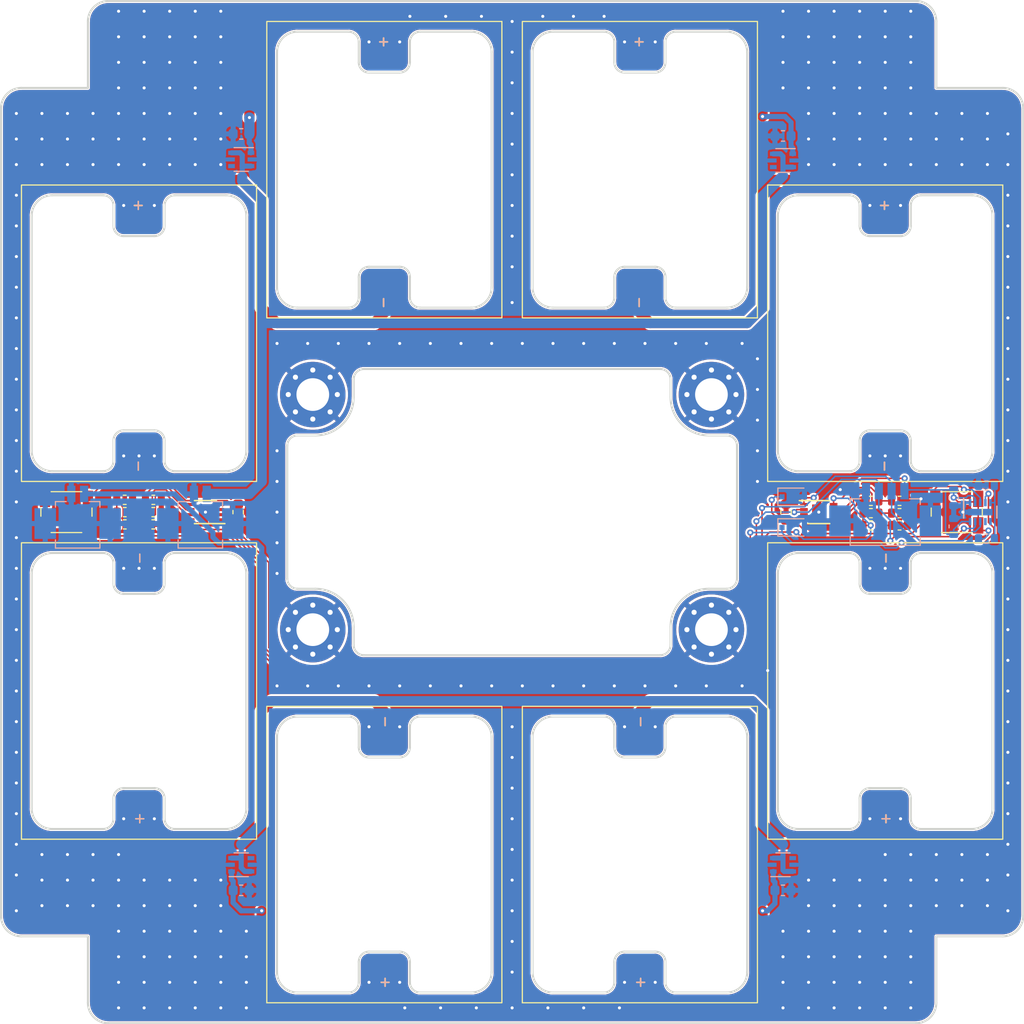
<source format=kicad_pcb>
(kicad_pcb (version 20210424) (generator pcbnew)

  (general
    (thickness 1.6)
  )

  (paper "A4")
  (title_block
    (title "BUTCube - Solar module Z")
    (date "2021-06-04")
    (rev "v1.0")
    (company "VUT")
    (comment 1 "Author: Petr Malaník")
  )

  (layers
    (0 "F.Cu" signal)
    (31 "B.Cu" signal)
    (34 "B.Paste" user)
    (35 "F.Paste" user)
    (36 "B.SilkS" user "B.Silkscreen")
    (37 "F.SilkS" user "F.Silkscreen")
    (38 "B.Mask" user)
    (39 "F.Mask" user)
    (40 "Dwgs.User" user "User.Drawings")
    (41 "Cmts.User" user "User.Comments")
    (42 "Eco1.User" user "User.Eco1")
    (43 "Eco2.User" user "User.Eco2")
    (44 "Edge.Cuts" user)
    (45 "Margin" user)
    (46 "B.CrtYd" user "B.Courtyard")
    (47 "F.CrtYd" user "F.Courtyard")
    (48 "B.Fab" user)
    (49 "F.Fab" user)
    (50 "User.1" user)
    (51 "User.2" user)
  )

  (setup
    (stackup
      (layer "F.SilkS" (type "Top Silk Screen"))
      (layer "F.Paste" (type "Top Solder Paste"))
      (layer "F.Mask" (type "Top Solder Mask") (color "Green") (thickness 0.01))
      (layer "F.Cu" (type "copper") (thickness 0.035))
      (layer "dielectric 1" (type "core") (thickness 1.51) (material "FR4") (epsilon_r 4.5) (loss_tangent 0.02))
      (layer "B.Cu" (type "copper") (thickness 0.035))
      (layer "B.Mask" (type "Bottom Solder Mask") (color "Green") (thickness 0.01))
      (layer "B.Paste" (type "Bottom Solder Paste"))
      (layer "B.SilkS" (type "Bottom Silk Screen"))
      (copper_finish "None")
      (dielectric_constraints no)
    )
    (pad_to_mask_clearance 0)
    (pcbplotparams
      (layerselection 0x00010fc_ffffffff)
      (disableapertmacros false)
      (usegerberextensions false)
      (usegerberattributes true)
      (usegerberadvancedattributes true)
      (creategerberjobfile true)
      (svguseinch false)
      (svgprecision 6)
      (excludeedgelayer true)
      (plotframeref false)
      (viasonmask false)
      (mode 1)
      (useauxorigin false)
      (hpglpennumber 1)
      (hpglpenspeed 20)
      (hpglpendiameter 15.000000)
      (dxfpolygonmode true)
      (dxfimperialunits true)
      (dxfusepcbnewfont true)
      (psnegative false)
      (psa4output false)
      (plotreference true)
      (plotvalue true)
      (plotinvisibletext false)
      (sketchpadsonfab false)
      (subtractmaskfromsilk false)
      (outputformat 1)
      (mirror false)
      (drillshape 1)
      (scaleselection 1)
      (outputdirectory "")
    )
  )

  (net 0 "")
  (net 1 "Net-(C1-Pad1)")
  (net 2 "GND")
  (net 3 "Net-(C2-Pad1)")
  (net 4 "Net-(C3-Pad1)")
  (net 5 "Net-(C4-Pad1)")
  (net 6 "VCC")
  (net 7 "/PH_1")
  (net 8 "/PH_2")
  (net 9 "/Solar_unit_1/OUT")
  (net 10 "/SDA")
  (net 11 "/SCL")
  (net 12 "/Solar_unit_3/OUT")
  (net 13 "Net-(R2-Pad2)")
  (net 14 "Net-(R4-Pad2)")
  (net 15 "Net-(R6-Pad2)")
  (net 16 "Net-(R10-Pad1)")
  (net 17 "Net-(R11-Pad2)")
  (net 18 "Net-(R13-Pad2)")
  (net 19 "Net-(R15-Pad2)")
  (net 20 "Net-(SC1-Pad2)")
  (net 21 "Net-(SC3-Pad2)")
  (net 22 "Net-(SC5-Pad2)")
  (net 23 "Net-(SC7-Pad2)")
  (net 24 "unconnected-(U1-Pad3)")
  (net 25 "unconnected-(U2-Pad3)")
  (net 26 "unconnected-(U3-Pad6)")
  (net 27 "unconnected-(U3-Pad7)")

  (footprint "TCY_solar:SM141K04L" (layer "F.Cu") (at 114.5 76.5 -90))

  (footprint "MountingHole:MountingHole_3.2mm_M3_Pad_Via" (layer "F.Cu") (at 131.5 105.5))

  (footprint "TCY_solar:SM141K04L" (layer "F.Cu") (at 163.5 60.5 -90))

  (footprint "TCY_smd_leds:VEMD5160X" (layer "F.Cu") (at 107.4 94 90))

  (footprint "TCY_solar:SM141K04L" (layer "F.Cu") (at 187.5 111.5 90))

  (footprint "MountingHole:MountingHole_3.2mm_M3_Pad_Via" (layer "F.Cu") (at 131.5 82.5))

  (footprint "TCY_passives:R_0603_1608Metric" (layer "F.Cu") (at 188.9 95.3))

  (footprint "Package_DFN_QFN:DFN-8-1EP_3x2mm_P0.5mm_EP1.3x1.5mm" (layer "F.Cu") (at 121 94 180))

  (footprint "TCY_solar:SM141K04L" (layer "F.Cu") (at 114.5 111.5 90))

  (footprint "TCY_solar:SM141K04L" (layer "F.Cu") (at 138.5 60.5 -90))

  (footprint "TCY_smd_leds:VEMD5160X" (layer "F.Cu") (at 194.5 94 -90))

  (footprint "TCY_passives:R_0603_1608Metric" (layer "F.Cu") (at 188.9 94.1))

  (footprint "TCY_solar:SM141K04L" (layer "F.Cu") (at 138.5 127.5 90))

  (footprint "TCY_passives:R_0603_1608Metric" (layer "F.Cu") (at 188.9 92.9))

  (footprint "MountingHole:MountingHole_3.2mm_M3_Pad_Via" (layer "F.Cu") (at 170.5 82.5))

  (footprint "TCY_passives:R_0603_1608Metric" (layer "F.Cu") (at 115.9 92.8))

  (footprint "MountingHole:MountingHole_3.2mm_M3_Pad_Via" (layer "F.Cu") (at 170.5 105.5))

  (footprint "TCY_passives:R_0603_1608Metric" (layer "F.Cu") (at 186.1 95.3))

  (footprint "TCY_solar:SM141K04L" (layer "F.Cu") (at 163.5 127.5 90))

  (footprint "TCY_passives:R_0603_1608Metric" (layer "F.Cu") (at 113.1 92.8))

  (footprint "TCY_passives:R_0603_1608Metric" (layer "F.Cu") (at 186.1 94.1))

  (footprint "Resistor_SMD:R_0603_1608Metric" (layer "F.Cu") (at 124.2 94 -90))

  (footprint "TCY_passives:R_0603_1608Metric" (layer "F.Cu") (at 113.1 95.2))

  (footprint "TCY_passives:R_0603_1608Metric" (layer "F.Cu") (at 186.1 92.9))

  (footprint "Package_DFN_QFN:DFN-8-1EP_3x2mm_P0.5mm_EP1.3x1.5mm" (layer "F.Cu") (at 181 94))

  (footprint "TCY_passives:R_0603_1608Metric" (layer "F.Cu") (at 115.9 95.2))

  (footprint "Resistor_SMD:R_0603_1608Metric" (layer "F.Cu") (at 177.8 94 90))

  (footprint "TCY_passives:R_0603_1608Metric" (layer "F.Cu") (at 113.1 94))

  (footprint "TCY_passives:R_0603_1608Metric" (layer "F.Cu") (at 115.9 94))

  (footprint "TCY_solar:SM141K04L" (layer "F.Cu") (at 187.5 76.5 -90))

  (footprint "Capacitor_SMD:C_0603_1608Metric" (layer "B.Cu") (at 177.5 131))

  (footprint "Package_TO_SOT_SMD:SOT-363_SC-70-6" (layer "B.Cu") (at 124.5 128.5))

  (footprint "Package_TO_SOT_SMD:SOT-363_SC-70-6" (layer "B.Cu") (at 177.5 59.6 180))

  (footprint "Diode_SMD:D_SOD-323F" (layer "B.Cu") (at 178.5 92.5))

  (footprint "Capacitor_SMD:C_0603_1608Metric" (layer "B.Cu") (at 124.5 57 180))

  (footprint "TCY_passives:C_0603_1608Metric" (layer "B.Cu") (at 194.2 92.6 -90))

  (footprint "Capacitor_SMD:C_0603_1608Metric" (layer "B.Cu") (at 177.5 57.2 180))

  (footprint "TCY_passives:C_0603_1608Metric" (layer "B.Cu") (at 194.2 95.4 90))

  (footprint "Package_TO_SOT_SMD:SOT-363_SC-70-6" (layer "B.Cu") (at 124.5 59.5 180))

  (footprint "TCY_passives:R_0603_1608Metric" (layer "B.Cu") (at 197.4 96.6))

  (footprint "TCY_passives:R_0603_1608Metric" (layer "B.Cu") (at 197.4 91.4 180))

  (footprint "TCY_connectors:Amphenol_10114830-11102LF_1x02_P1.25mm_Horizontal" (layer "B.Cu") (at 108.5 93.02 180))

  (footprint "Package_DFN_QFN:DFN-10-1EP_2x3mm_P0.5mm_EP0.64x2.4mm" (layer "B.Cu") (at 196.8 94 -90))

  (footprint "TCY_connectors:Amphenol_10114830-11102LF_1x02_P1.25mm_Horizontal" (layer "B.Cu") (at 120.5 93.02 180))

  (footprint "Package_TO_SOT_SMD:SOT-363_SC-70-6" (layer "B.Cu") (at 177.5 128.5))

  (footprint "TCY_connectors:Amphenol_10114830-11103LF_1x04_P1.25mm_Horizontal" (layer "B.Cu") (at 187.5 95 180))

  (footprint "Diode_SMD:D_SOD-323F" (layer "B.Cu") (at 178.5 95.5))

  (footprint "Capacitor_SMD:C_0603_1608Metric" (layer "B.Cu") (at 124.5 131))

  (gr_arc (start 188.999999 101) (end 188.999999 102) (angle -90) (layer "Edge.Cuts") (width 0.2) (tstamp 009991e5-5757-4809-8edd-538c215b2258))
  (gr_line (start 131.750001 101.500001) (end 130.000001 101.500001) (layer "Edge.Cuts") (width 0.2) (tstamp 00db46c2-b2e1-444c-b49b-f2eaa641cb7a))
  (gr_arc (start 123 100) (end 125 100) (angle -90) (layer "Edge.Cuts") (width 0.2) (tstamp 00f30029-4cfe-4080-9130-eee7b3cda7ca))
  (gr_arc (start 183.999999 99.000001) (end 184.999999 99.000001) (angle -90) (layer "Edge.Cuts") (width 0.2) (tstamp 01cf520b-70e0-424d-8ad0-c33551937e58))
  (gr_line (start 162 137.000001) (end 165 137.000001) (layer "Edge.Cuts") (width 0.2) (tstamp 02697e38-ed42-45d0-9167-3b29599ac291))
  (gr_line (start 112 124) (end 112 122) (layer "Edge.Cuts") (width 0.2) (tstamp 04387e35-33c0-42a1-87b4-b7f713a7ec3d))
  (gr_arc (start 111.000001 64.000001) (end 112.000001 64.000001) (angle -90) (layer "Edge.Cuts") (width 0.2) (tstamp 043b954e-51c5-4ff4-b2a0-f60e12c2159c))
  (gr_line (start 147 141) (end 142 141) (layer "Edge.Cuts") (width 0.2) (tstamp 04c46b55-6ff6-4690-96ee-badc7258b3bf))
  (gr_arc (start 178.999999 88.000001) (end 176.999999 88.000001) (angle -90) (layer "Edge.Cuts") (width 0.2) (tstamp 059ddea9-d845-416e-8024-26a5872ff6da))
  (gr_line (start 176.999999 100) (end 176.999999 123.000001) (layer "Edge.Cuts") (width 0.2) (tstamp 079d133c-882d-4f02-83e5-b3cc07a3b3f7))
  (gr_arc (start 116.000001 66.000001) (end 116.000001 67.000002) (angle -90) (layer "Edge.Cuts") (width 0.2) (tstamp 07d32bd5-412c-4498-9f0c-5811d4fcdb84))
  (gr_line (start 131.750001 86.500001) (end 130 86.500001) (layer "Edge.Cuts") (width 0.2) (tstamp 090354c8-f8d0-4149-ad50-3f765d460055))
  (gr_line (start 154.999999 47.000001) (end 159.999999 47.000001) (layer "Edge.Cuts") (width 0.2) (tstamp 09239f8e-65cf-4874-a41b-a32f5d9eabb9))
  (gr_arc (start 165 71.000001) (end 166 71.000001) (angle -90) (layer "Edge.Cuts") (width 0.2) (tstamp 09389870-3d2c-426c-ba1a-e5f56986e6f1))
  (gr_arc (start 118.000001 89.000001) (end 117.000001 89.000001) (angle -90) (layer "Edge.Cuts") (width 0.2) (tstamp 0989021a-729e-4041-a354-66c359f52f39))
  (gr_arc (start 185.999999 101.000001) (end 184.999999 101) (angle -90) (layer "Edge.Cuts") (width 0.2) (tstamp 0a3d532f-ec9e-4748-945d-59feb2ff5b5d))
  (gr_line (start 154.999999 74.000001) (end 159.999999 74.000001) (layer "Edge.Cuts") (width 0.2) (tstamp 0aabb83c-c9ad-47ff-933a-ab3710fe6447))
  (gr_arc (start 123.000001 65.000001) (end 125.000001 65.000001) (angle -90) (layer "Edge.Cuts") (width 0.2) (tstamp 0eec8483-96d1-4f12-b5ea-f129b623a7c0))
  (gr_line (start 192.5 52.500001) (end 192.5 46.000001) (layer "Edge.Cuts") (width 0.2) (tstamp 0f4ff7aa-cded-41ca-93cb-0eddf2c7207e))
  (gr_arc (start 190.999999 89.000001) (end 189.999999 89.000001) (angle -90) (layer "Edge.Cuts") (width 0.2) (tstamp 10d5e185-879a-4e19-8d3e-60ddd47ccc3a))
  (gr_line (start 117.000001 124) (end 117.000001 122) (layer "Edge.Cuts") (width 0.2) (tstamp 1253539d-5fac-42a6-aa3c-4f3b33ceb411))
  (gr_line (start 160.999999 115.000001) (end 160.999999 117.000001) (layer "Edge.Cuts") (width 0.2) (tstamp 12db7861-dc08-4b50-9af4-e32feb1e2d7f))
  (gr_arc (start 142 140) (end 141 140) (angle -90) (layer "Edge.Cuts") (width 0.2) (tstamp 1309d7d3-6647-41a1-8f32-c07ec9e245cd))
  (gr_line (start 166.499999 81.000001) (end 166.499999 82.750001) (layer "Edge.Cuts") (width 0.2) (tstamp 13500f17-9759-4216-9d05-f0b452682ae7))
  (gr_line (start 130 141) (end 135 141) (layer "Edge.Cuts") (width 0.2) (tstamp 15af4327-5017-4660-a545-82d5dfade9bb))
  (gr_line (start 147 74.000001) (end 142.000001 74.000001) (layer "Edge.Cuts") (width 0.2) (tstamp 15ff9809-eac6-4324-81ba-2ce213bab98a))
  (gr_arc (start 160 140) (end 160 141.000001) (angle -90) (layer "Edge.Cuts") (width 0.2) (tstamp 172509bc-31e5-4e1f-89c7-a43852dba7bc))
  (gr_arc (start 116 101) (end 116 102.000001) (angle -90) (layer "Edge.Cuts") (width 0.2) (tstamp 17d503b9-eea3-456b-a981-16efda7a2dd4))
  (gr_arc (start 188.999999 66.000001) (end 188.999999 67.000001) (angle -90) (layer "Edge.Cuts") (width 0.2) (tstamp 17e67db4-2410-4490-98fe-f507f161001f))
  (gr_arc (start 164.999999 50.000001) (end 164.999999 51.000002) (angle -90) (layer "Edge.Cuts") (width 0.2) (tstamp 1bc1a8c3-34e3-41b1-82d1-8329f5281af4))
  (gr_arc (start 106 123) (end 104 123.000001) (angle -90) (layer "Edge.Cuts") (width 0.2) (tstamp 1cf1a6d6-a5a4-4c8b-8db8-e5ff390fc444))
  (gr_line (start 172 114) (end 167 114) (layer "Edge.Cuts") (width 0.2) (tstamp 1d01ef08-742b-41ac-9bf1-b5c4363b7a69))
  (gr_arc (start 137 117) (end 136 117) (angle -90) (layer "Edge.Cuts") (width 0.2) (tstamp 1e1a9889-c753-4b0c-9fc0-7d3769e3bfdd))
  (gr_arc (start 159.999999 115.000001) (end 161 115.000001) (angle -90) (layer "Edge.Cuts") (width 0.2) (tstamp 20a69711-f83f-47d5-9116-bb4460b74391))
  (gr_arc (start 137 71.000001) (end 137 70.000001) (angle -90) (layer "Edge.Cuts") (width 0.2) (tstamp 210683e0-f3af-4df9-905a-74fbb3942a30))
  (gr_line (start 136 48.000001) (end 136 50.000001) (layer "Edge.Cuts") (width 0.2) (tstamp 215fa1b3-575d-4913-b1fb-32e684e6e102))
  (gr_arc (start 154.999999 72.000001) (end 152.999999 72.000002) (angle -90) (layer "Edge.Cuts") (width 0.2) (tstamp 22754bf5-5766-4d3b-89f5-dcdfcf3093e5))
  (gr_line (start 188.999999 102) (end 185.999999 102) (layer "Edge.Cuts") (width 0.2) (tstamp 22b18f0f-0dd6-40c2-9e75-2f4e8ac81e8f))
  (gr_line (start 104 100) (end 104 123.000001) (layer "Edge.Cuts") (width 0.2) (tstamp 23b3577b-4679-42e4-aebc-cb3b8a9ccaf4))
  (gr_line (start 123 98) (end 118 98) (layer "Edge.Cuts") (width 0.2) (tstamp 2548e32e-6d79-48bd-a9a2-e7ccbd4456fe))
  (gr_line (start 140 51.000001) (end 137 51.000001) (layer "Edge.Cuts") (width 0.2) (tstamp 26e97d01-b843-40a9-8ad5-ce842eee81d0))
  (gr_arc (start 102.999999 54.5) (end 101 54.5) (angle 90) (layer "Edge.Cuts") (width 0.2) (tstamp 2761d717-8971-42ac-ad1d-03996c6ace3f))
  (gr_line (start 106 98) (end 111 98) (layer "Edge.Cuts") (width 0.2) (tstamp 2794920a-76e8-49f0-acc7-cefff21e00ac))
  (gr_line (start 189.999999 124) (end 189.999999 122) (layer "Edge.Cuts") (width 0.2) (tstamp 2829f319-e0a6-4d19-9081-afcf64294331))
  (gr_line (start 185.999999 121) (end 188.999999 121) (layer "Edge.Cuts") (width 0.2) (tstamp 2a4446dc-e280-4bc1-ba33-5e309c14087d))
  (gr_arc (start 185.999999 66.000001) (end 184.999999 66.000001) (angle -90) (layer "Edge.Cuts") (width 0.2) (tstamp 2a4c0c83-9146-48d6-9ef5-2651b1b60e4c))
  (gr_line (start 101.000001 133.500001) (end 101 54.500001) (layer "Edge.Cuts") (width 0.2) (tstamp 2aa2d4ce-bb59-499d-979b-56fa2ba718df))
  (gr_line (start 103.000001 135.500001) (end 109.500001 135.500001) (layer "Edge.Cuts") (width 0.2) (tstamp 2ac1ab4d-657c-4518-9d8c-8b694e2cdb1d))
  (gr_arc (start 165 138.000001) (end 166 138.000001) (angle -90) (layer "Edge.Cuts") (width 0.2) (tstamp 2adefec4-9e48-4fd2-b2e8-9bdb88b1f4f6))
  (gr_arc (start 106 100.000001) (end 106 98) (angle -90) (layer "Edge.Cuts") (width 0.2) (tstamp 2bd74e1b-ee19-4d4e-9cea-4c8f92c0690c))
  (gr_line (start 135.500001 81.000001) (end 135.500001 82.750001) (layer "Edge.Cuts") (width 0.2) (tstamp 2c04f0ac-a5d3-4f16-902a-41fe7bf419a0))
  (gr_arc (start 172 116.000001) (end 174 116.000001) (angle -90) (layer "Edge.Cuts") (width 0.2) (tstamp 2feef36f-2237-4f1f-9cc3-bde2ed7c6b36))
  (gr_arc (start 136.500001 107) (end 135.500001 107) (angle -90) (layer "Edge.Cuts") (width 0.2) (tstamp 310f83ac-4f82-4d98-bcd1-62487b3780f2))
  (gr_line (start 109.5 46.000001) (end 109.5 52.500001) (layer "Edge.Cuts") (width 0.2) (tstamp 314b0a77-17b7-4d13-a754-4612deed6e89))
  (gr_arc (start 195.999999 88.000001) (end 195.999999 90.000001) (angle -90) (layer "Edge.Cuts") (width 0.2) (tstamp 31f3e372-0197-4bdb-a90d-e4c7a07fe770))
  (gr_line (start 152.999999 49.000001) (end 152.999999 72.000002) (layer "Edge.Cuts") (width 0.2) (tstamp 32091642-46de-40b5-91e9-79d4307e96c6))
  (gr_arc (start 103.000001 133.5) (end 101.000001 133.500001) (angle -90) (layer "Edge.Cuts") (width 0.2) (tstamp 34d479d6-3ad9-461e-b93d-0fe20020f93e))
  (gr_arc (start 147 139) (end 147 141) (angle -90) (layer "Edge.Cuts") (width 0.2) (tstamp 35a49998-8781-4173-a82b-eb9bcbf56b8a))
  (gr_arc (start 135 140) (end 135 141.000001) (angle -90) (layer "Edge.Cuts") (width 0.2) (tstamp 3626f5e9-f937-4dbd-9f34-e749cc661d2d))
  (gr_arc (start 113.000001 87.000001) (end 113.000001 86.000001) (angle -90) (layer "Edge.Cuts") (width 0.2) (tstamp 36b80469-9931-4c37-8db0-4f5f59acb8fa))
  (gr_line (start 166 73.000001) (end 166 71.000001) (layer "Edge.Cuts") (width 0.2) (tstamp 395c9437-511b-4515-b004-c0eb1b37965b))
  (gr_arc (start 131.750001 82.750001) (end 131.750001 86.500001) (angle -90) (layer "Edge.Cuts") (width 0.2) (tstamp 3c50c44a-1730-479c-a679-8aa8bc56df6f))
  (gr_arc (start 111.5 46.000001) (end 111.5 44.000002) (angle -90) (layer "Edge.Cuts") (width 0.2) (tstamp 3d09e760-4782-4148-83c4-7e5fce54d823))
  (gr_line (start 178.999999 125) (end 183.999999 125) (layer "Edge.Cuts") (width 0.2) (tstamp 3f16c85c-02af-426a-a79e-9f721375532d))
  (gr_line (start 136 115) (end 136 117) (layer "Edge.Cuts") (width 0.2) (tstamp 40a1ebca-2956-4101-84eb-b034827630b0))
  (gr_arc (start 195.999999 65.000001) (end 197.999999 65.000001) (angle -90) (layer "Edge.Cuts") (width 0.2) (tstamp 416bc7f5-091c-4cb2-a450-60f9f738765f))
  (gr_arc (start 154.999999 49.000001) (end 154.999999 47.000001) (angle -90) (layer "Edge.Cuts") (width 0.2) (tstamp 41e8e807-f78c-4510-88f6-50b0dfa70ca8))
  (gr_line (start 149 139) (end 149 116) (layer "Edge.Cuts") (width 0.2) (tstamp 429675fb-098e-4453-9740-0c8fcb788dca))
  (gr_arc (start 116 122) (end 117.000001 122) (angle -90) (layer "Edge.Cuts") (width 0.2) (tstamp 449a0a94-9cad-4969-b92f-d1be06b84120))
  (gr_arc (start 162 117) (end 160.999999 117) (angle -90) (layer "Edge.Cuts") (width 0.2) (tstamp 44a81c71-c9d3-477a-992f-fb9c69d5bd29))
  (gr_line (start 129 87.500001) (end 129 100.500001) (layer "Edge.Cuts") (width 0.2) (tstamp 4adca1ba-be37-4f62-ac54-7b483acf58ad))
  (gr_line (start 152.999999 116.000001) (end 153 139.000001) (layer "Edge.Cuts") (width 0.2) (tstamp 4e919af5-bc59-47cd-8a65-cc74ab28c988))
  (gr_arc (start 111 99.000001) (end 112 99.000001) (angle -90) (layer "Edge.Cuts") (width 0.2) (tstamp 4f0bfa1d-95da-4d17-86fd-fbdcb01f608e))
  (gr_arc (start 142.000001 73.000001) (end 141 73.000001) (angle -90) (layer "Edge.Cuts") (width 0.2) (tstamp 4f18d4c6-e336-4e36-b6ec-188fd91503cf))
  (gr_arc (start 165 117) (end 165 118.000001) (angle -90) (layer "Edge.Cuts") (width 0.2) (tstamp 4f4e4c06-884e-4536-ba5f-7bb3f8e80c3e))
  (gr_line (start 104.000001 65.000001) (end 104.000001 88.000002) (layer "Edge.Cuts") (width 0.2) (tstamp 4f776d53-f536-4f0f-a1c3-68c59e6129d3))
  (gr_arc (start 188.999999 87.000001) (end 190 87.000001) (angle -90) (layer "Edge.Cuts") (width 0.2) (tstamp 504b419c-80c5-4bfe-99ab-15ea93a04b22))
  (gr_line (start 109.5 135.500001) (end 109.5 142.000001) (layer "Edge.Cuts") (width 0.2) (tstamp 504d76b6-a70e-4c81-a3be-8ad6990d45af))
  (gr_line (start 178.999999 63.000001) (end 183.999999 63.000001) (layer "Edge.Cuts") (width 0.2) (tstamp 50e5265a-5aed-4dc3-8510-8f58532d63c2))
  (gr_line (start 161 140.000001) (end 161 138.000001) (layer "Edge.Cuts") (width 0.2) (tstamp 51c2fbc5-4987-4548-84a6-0ebbf457e26d))
  (gr_line (start 128 49.000001) (end 128 72.000001) (layer "Edge.Cuts") (width 0.2) (tstamp 5218d270-625c-4ff7-9a86-b7595374a0a6))
  (gr_line (start 195.999999 63.000001) (end 190.999999 63.000001) (layer "Edge.Cuts") (width 0.2) (tstamp 537145a5-74a0-40a3-a76a-c214c21d6262))
  (gr_arc (start 130 139) (end 128 139.000001) (angle -90) (layer "Edge.Cuts") (width 0.2) (tstamp 5948eec7-355d-4f21-bfc7-83711c2cc4b0))
  (gr_line (start 170.25 101.5) (end 172 101.5) (layer "Edge.Cuts") (width 0.2) (tstamp 5a1c4c9c-eea2-4e1d-8bd7-e645e70e56b1))
  (gr_line (start 189.999999 89.000001) (end 189.999999 87.000001) (layer "Edge.Cuts") (width 0.2) (tstamp 5a1f9629-68a4-4dd6-bd37-4371a2c17944))
  (gr_arc (start 190.999999 99) (end 190.999999 98) (angle -90) (layer "Edge.Cuts") (width 0.2) (tstamp 5cc2bbf5-0240-4256-8536-9bf2e3f3d20e))
  (gr_arc (start 130 49.000001) (end 130 47.000001) (angle -90) (layer "Edge.Cuts") (width 0.2) (tstamp 5d268a78-eaee-44a7-9f48-7ebe337329d3))
  (gr_line (start 123 125) (end 118.000001 125) (layer "Edge.Cuts") (width 0.2) (tstamp 5dcdde75-420e-46a8-ae31-bb99a114194f))
  (gr_line (start 197.999999 88.000001) (end 197.999999 65.000001) (layer "Edge.Cuts") (width 0.2) (tstamp 5dd52916-2bd7-4265-92ef-03c6b71a3e1f))
  (gr_line (start 147 47.000001) (end 142 47.000001) (layer "Edge.Cuts") (width 0.2) (tstamp 616c351a-299e-4fa8-a689-f1427533a3ad))
  (gr_arc (start 195.999999 100) (end 197.999999 100) (angle -90) (layer "Edge.Cuts") (width 0.2) (tstamp 62f361a5-1404-47e3-9ab0-b034fe5eebc1))
  (gr_arc (start 113.000001 122) (end 113 121) (angle -90) (layer "Edge.Cuts") (width 0.2) (tstamp 63b32c4a-7305-4d9e-83bd-33d07e61a47a))
  (gr_line (start 198 123) (end 197.999999 100) (layer "Edge.Cuts") (width 0.2) (tstamp 644091d3-efc5-4172-9759-6daf864b21f9))
  (gr_line (start 192.5 135.5) (end 199 135.5) (layer "Edge.Cuts") (width 0.2) (tstamp 64bf3107-f2f5-40e1-b9fb-8e6501de3629))
  (gr_arc (start 185.999999 87.000001) (end 185.999999 86.000001) (angle -90) (layer "Edge.Cuts") (width 0.2) (tstamp 6551bba4-4b4d-4699-a103-b5b808381c6f))
  (gr_line (start 170.249999 86.500002) (end 172 86.500002) (layer "Edge.Cuts") (width 0.2) (tstamp 6928ec6b-f75a-4544-aac2-643b0a81ca2e))
  (gr_arc (start 165.499999 107) (end 165.499999 108) (angle -90) (layer "Edge.Cuts") (width 0.2) (tstamp 6a2744d6-a96a-4800-a6ae-7351643f21a6))
  (gr_line (start 112.000001 64.000001) (end 112.000001 66.000001) (layer "Edge.Cuts") (width 0.2) (tstamp 6bab1787-5a8a-4e97-ae4b-e304158164b7))
  (gr_line (start 184.999999 89.000001) (end 184.999999 87.000001) (layer "Edge.Cuts") (width 0.2) (tstamp 6bf421ed-b169-4346-947b-202297520315))
  (gr_arc (start 167 48.000001) (end 166.999999 47.000001) (angle -90) (layer "Edge.Cuts") (width 0.2) (tstamp 6c525f3c-07a6-4172-80db-4467d42073e2))
  (gr_arc (start 118.000001 124) (end 117 124) (angle -90) (layer "Edge.Cuts") (width 0.2) (tstamp 6e370f8d-c9bd-4c19-94c6-0e20e00adc42))
  (gr_arc (start 130 116.000001) (end 130 114) (angle -90) (layer "Edge.Cuts") (width 0.2) (tstamp 6f1341a1-d29c-47a7-a02f-51eae48acdde))
  (gr_line (start 112.000001 89.000001) (end 112.000001 87.000001) (layer "Edge.Cuts") (width 0.2) (tstamp 6fb3a67a-876f-4f9e-8b10-47c5884b6458))
  (gr_line (start 189.999999 99) (end 189.999999 101) (layer "Edge.Cuts") (width 0.2) (tstamp 6fd32fb8-ee78-491f-b801-45224165a916))
  (gr_arc (start 178.999999 65.000001) (end 178.999999 63.000001) (angle -90) (layer "Edge.Cuts") (width 0.2) (tstamp 6fdd32cb-cf1d-4ddf-a0d1-a810aa4d8e23))
  (gr_arc (start 106.000001 65.000002) (end 106.000001 63.000001) (angle -90) (layer "Edge.Cuts") (width 0.2) (tstamp 7140e02b-f109-4b1b-9a49-8a2150fa7eb2))
  (gr_arc (start 118.000001 64.000001) (end 118.000001 63.000001) (angle -90) (layer "Edge.Cuts") (width 0.2) (tstamp 7140f984-db33-416d-90fc-346987095eba))
  (gr_arc (start 155 139.000001) (end 153 139.000001) (angle -90) (layer "Edge.Cuts") (width 0.2) (tstamp 717d36de-63d9-4796-942d-378b8c4b378a))
  (gr_arc (start 195.999999 123) (end 195.999999 125) (angle -90) (layer "Edge.Cuts") (width 0.2) (tstamp 71e8abc1-5569-4a3a-a38b-4cfb575491e8))
  (gr_line (start 141 140) (end 141 138) (layer "Edge.Cuts") (width 0.2) (tstamp 729defe2-6050-4d9c-8a17-f7fd22f7b032))
  (gr_line (start 178.999999 90.000001) (end 183.999999 90.000001) (layer "Edge.Cuts") (width 0.2) (tstamp 7370d2bd-139b-425c-8d94-22ed7d34ad8e))
  (gr_arc (start 142 48.000001) (end 142 47.000001) (angle -90) (layer "Edge.Cuts") (width 0.2) (tstamp 77951f30-c1c8-4451-91ed-03164b3ff644))
  (gr_arc (start 178.999999 100) (end 178.999999 98) (angle -90) (layer "Edge.Cuts") (width 0.2) (tstamp 7798ff4d-728b-48f7-b33c-aad55e8ecc76))
  (gr_arc (start 147 72.000001) (end 147 74.000001) (angle -90) (layer "Edge.Cuts") (width 0.2) (tstamp 781efcaa-5764-4dcc-af82-2f8d960ef7dd))
  (gr_line (start 141 73.000001) (end 141 71.000001) (layer "Edge.Cuts") (width 0.2) (tstamp 7842076d-a421-460a-a99b-1314a4cd7216))
  (gr_line (start 173 100.5) (end 173 87.500002) (layer "Edge.Cuts") (width 0.2) (tstamp 7adab621-fba1-4527-8a69-50f6d5ce7bdf))
  (gr_arc (start 199 54.500001) (end 201 54.500001) (angle -90) (layer "Edge.Cuts") (width 0.2) (tstamp 7b28996f-d10d-427e-a481-03e775f52604))
  (gr_line (start 106.000001 90.000001) (end 111.000001 90.000001) (layer "Edge.Cuts") (width 0.2) (tstamp 7b43087a-4ccc-44fd-bab0-d3542833f074))
  (gr_arc (start 165.499999 81.000001) (end 166.499999 81.000001) (angle -90) (layer "Edge.Cuts") (width 0.2) (tstamp 7bb6d24d-3393-445d-b979-eaa41c7dab10))
  (gr_line (start 172 74.000001) (end 167 74.000001) (layer "Edge.Cuts") (width 0.2) (tstamp 7bfe3e3a-cdf9-4825-a89e-4a65f96c33ac))
  (gr_arc (start 131.75 105.25) (end 135.5 105.25) (angle -90) (layer "Edge.Cuts") (width 0.2) (tstamp 7c9b0558-dc95-4d93-a753-fb8e62766819))
  (gr_line (start 185.999999 86.000001) (end 188.999999 86.000001) (layer "Edge.Cuts") (width 0.2) (tstamp 7d393411-f1d1-441a-b661-9cc12f1878a6))
  (gr_arc (start 190.5 142) (end 190.5 144.000001) (angle -90) (layer "Edge.Cuts") (width 0.2) (tstamp 7e46f217-4d9d-4d83-ae74-da42987508ee))
  (gr_line (start 201 133.5) (end 200.999999 54.500001) (layer "Edge.Cuts") (width 0.2) (tstamp 7e6fd74e-f898-4e7d-9dbf-f34eb8737ccb))
  (gr_arc (start 140 71.000001) (end 141 71.000001) (angle -90) (layer "Edge.Cuts") (width 0.2) (tstamp 7ee024d1-7901-4db3-ae0e-46d97583051e))
  (gr_line (start 149.000001 72.000001) (end 149 49.000001) (layer "Edge.Cuts") (width 0.2) (tstamp 80c20050-a5db-44d6-904d-0062ed606120))
  (gr_line (start 188.999999 67.000001) (end 185.999999 67.000001) (layer "Edge.Cuts") (width 0.2) (tstamp 8114616c-b3f3-4ea1-ba9a-160ad6fb6f38))
  (gr_line (start 125.000001 88.000001) (end 125.000001 65.000001) (layer "Edge.Cuts") (width 0.2) (tstamp 82714fed-3e2b-4271-866b-844bde59c607))
  (gr_arc (start 135 48.000001) (end 136 48.000001) (angle -90) (layer "Edge.Cuts") (width 0.2) (tstamp 839205f9-4b7e-45ca-b6d5-22e3050494eb))
  (gr_arc (start 140 50.000001) (end 140 51.000002) (angle -90) (layer "Edge.Cuts") (width 0.2) (tstamp 89ec0f89-dbec-4348-b22d-03ddb8dc50d7))
  (gr_line (start 166 140) (end 166 138.000001) (layer "Edge.Cuts") (width 0.2) (tstamp 8be5fec4-a941-4a35-a6d3-393ddd99de04))
  (gr_line (start 184.999999 99) (end 184.999999 101) (layer "Edge.Cuts") (width 0.2) (tstamp 8ca4c110-2350-467f-83ba-1f95eeee15b1))
  (gr_arc (start 172 72.000001) (end 172 74.000001) (angle -90) (layer "Edge.Cuts") (width 0.2) (tstamp 8cbd0886-f120-4bb4-b69f-326004f55ea9))
  (gr_line (start 174 72.000001) (end 173.999999 49.000001) (layer "Edge.Cuts") (width 0.2) (tstamp 8ddd2bb3-f268-47ae-812e-9e4489f55025))
  (gr_line (start 174 139.000001) (end 174 116) (layer "Edge.Cuts") (width 0.2) (tstamp 8e81b6ee-9ab7-4c5e-9bec-92721e1c4922))
  (gr_arc (start 118 99) (end 118 98) (angle -90) (layer "Edge.Cuts") (width 0.2) (tstamp 8ec0fea7-024b-420c-8249-8a472d96bcce))
  (gr_arc (start 162 71.000001) (end 162 70.000001) (angle -90) (layer "Edge.Cuts") (width 0.2) (tstamp 91659c60-0e87-42fd-be01-4c50a2cbba97))
  (gr_arc (start 170.249999 82.750001) (end 166.499999 82.750001) (angle -90) (layer "Edge.Cuts") (width 0.2) (tstamp 9346bd1b-304c-41d0-aac2-69ba71e810eb))
  (gr_arc (start 123.000001 88.000001) (end 123.000001 90.000001) (angle -90) (layer "Edge.Cuts") (width 0.2) (tstamp 961fe222-0daf-4769-a2cf-59425a453687))
  (gr_line (start 195.999999 90.000001) (end 190.999999 90.000001) (layer "Edge.Cuts") (width 0.2) (tstamp 96da3731-e7b3-449a-9bc9-cb99be4e38fd))
  (gr_arc (start 167 73.000001) (end 166 73.000001) (angle -90) (layer "Edge.Cuts") (width 0.2) (tstamp 9986d154-f940-4a81-8b98-72f8ce543510))
  (gr_arc (start 116.000001 87.000001) (end 117.000001 87.000001) (angle -90) (layer "Edge.Cuts") (width 0.2) (tstamp 9b7cb56e-c471-41f8-ba6c-eda03ee52730))
  (gr_line (start 123.000001 63.000001) (end 118.000001 63.000001) (layer "Edge.Cuts") (width 0.2) (tstamp 9b91ef2a-2432-403d-9fbd-f7487b2fc5ea))
  (gr_line (start 135.500001 107.000001) (end 135.500001 105.250001) (layer "Edge.Cuts") (width 0.2) (tstamp 9baaa2c4-279b-4a55-9be9-621a8da3d1ee))
  (gr_line (start 112 99) (end 112 101) (layer "Edge.Cuts") (width 0.2) (tstamp 9c77b6d7-1313-4d25-9b6c-c2ede45d8f60))
  (gr_arc (start 188.999999 122) (end 189.999999 122) (angle -90) (layer "Edge.Cuts") (width 0.2) (tstamp 9d59ddd6-e197-46bd-9b35-8cd1cbf93712))
  (gr_arc (start 111.000001 89.000001) (end 111.000001 90.000001) (angle -90) (layer "Edge.Cuts") (width 0.2) (tstamp 9dbd611a-8518-4439-94d2-a88639d6af45))
  (gr_arc (start 140 138) (end 141 138) (angle -90) (layer "Edge.Cuts") (width 0.2) (tstamp 9e3bb3b7-b5ec-4d79-a564-3070eb64a07d))
  (gr_line (start 184.999999 124) (end 184.999999 122) (layer "Edge.Cuts") (width 0.2) (tstamp 9f6f4e6b-976f-45fc-bffe-19526a516f49))
  (gr_line (start 130 47.000001) (end 135 47.000001) (layer "Edge.Cuts") (width 0.2) (tstamp a172ee75-6653-4566-b10d-2809c2d55138))
  (gr_line (start 178.999999 98) (end 183.999999 98) (layer "Edge.Cuts") (width 0.2) (tstamp a21877b2-b098-4103-b212-515358d80028))
  (gr_line (start 166 115.000001) (end 166 117) (layer "Edge.Cuts") (width 0.2) (tstamp a34d173f-8d8a-4b88-b55c-682f27757cea))
  (gr_line (start 162 70.000001) (end 165 70.000001) (layer "Edge.Cuts") (width 0.2) (tstamp a3b27870-2a82-475c-93d9-d409701f84b4))
  (gr_arc (start 140 117) (end 140 118.000001) (angle -90) (layer "Edge.Cuts") (width 0.2) (tstamp a424fe90-8b20-4369-a639-07ee87ad203a))
  (gr_arc (start 172 139) (end 172 141.000001) (angle -90) (layer "Edge.Cuts") (width 0.2) (tstamp a47c9887-0bf8-4f2d-97b7-d642a3fb9555))
  (gr_arc (start 162 138.000001) (end 162 137) (angle -90) (layer "Edge.Cuts") (width 0.2) (tstamp a6165717-2041-493a-ba99-bc65ff80ffb9))
  (gr_line (start 184.999999 64.000001) (end 184.999999 66.000001) (layer "Edge.Cuts") (width 0.2) (tstamp a8104e9b-5518-429e-80af-d69ea962f39d))
  (gr_line (start 199 52.500001) (end 192.5 52.500001) (layer "Edge.Cuts") (width 0.2) (tstamp a9748c89-39d5-470c-96b5-0977fe292a84))
  (gr_line (start 166.499999 107) (end 166.499999 105.25) (layer "Edge.Cuts") (width 0.2) (tstamp aa35d8a6-3526-4ddc-96bf-b8547d0803d9))
  (gr_line (start 113.000001 86.000001) (end 116.000001 86.000001) (layer "Edge.Cuts") (width 0.2) (tstamp ae6ee9e8-17d3-46d7-bf47-07b12c513f90))
  (gr_line (start 190.5 44.000002) (end 111.5 44.000002) (layer "Edge.Cuts") (width 0.2) (tstamp af44de82-aa54-442e-a315-73796a12d1ee))
  (gr_arc (start 113.000001 66.000001) (end 112 66.000001) (angle -90) (layer "Edge.Cuts") (width 0.2) (tstamp afde310b-e1cb-4014-a2e7-5cbb6992d723))
  (gr_line (start 172 141) (end 167 141) (layer "Edge.Cuts") (width 0.2) (tstamp b05a803b-63b8-4653-8c74-39d2a7ec10aa))
  (gr_arc (start 142 115) (end 142 114) (angle -90) (layer "Edge.Cuts") (width 0.2) (tstamp b05ffaa6-c1d1-45a1-b9a0-b1963d22d461))
  (gr_line (start 116.000001 67.000001) (end 113.000001 67.000001) (layer "Edge.Cuts") (width 0.2) (tstamp b15a8870-150a-4ec3-9bda-0f155a5e3842))
  (gr_arc (start 130 87.500001) (end 130 86.500001) (angle -90) (layer "Edge.Cuts") (width 0.2) (tstamp b40b9329-33e8-486a-8757-b723e8e65b20))
  (gr_arc (start 111 124) (end 111 125) (angle -90) (layer "Edge.Cuts") (width 0.2) (tstamp b40bca0b-2d7d-4e2a-8a75-ea2d2683ab91))
  (gr_line (start 113 121) (end 116.000001 121) (layer "Edge.Cuts") (width 0.2) (tstamp b544d5bc-3bc5-4b2e-a923-85198a44fae1))
  (gr_line (start 164.999999 51.000001) (end 161.999999 51.000001) (layer "Edge.Cuts") (width 0.2) (tstamp b7521d1f-410a-4e31-a985-0b7ce6b1b668))
  (gr_arc (start 137.000001 50.000001) (end 136 50.000001) (angle -90) (layer "Edge.Cuts") (width 0.2) (tstamp b8108116-b5d0-4f0d-b698-815e897d0162))
  (gr_arc (start 159.999999 48.000001) (end 160.999999 48.000001) (angle -90) (layer "Edge.Cuts") (width 0.2) (tstamp b897dcc1-29d6-48db-90a2-7566365ad341))
  (gr_line (start 140 118) (end 137 118) (layer "Edge.Cuts") (width 0.2) (tstamp b9de89da-62a8-4103-a1fe-a24b257ba64c))
  (gr_line (start 130 74.000001) (end 135 74.000001) (layer "Edge.Cuts") (width 0.2) (tstamp bcf31c7c-6541-4c15-bb9a-c86eb20370d5))
  (gr_line (start 192.5 142.000001) (end 192.5 135.500001) (layer "Edge.Cuts") (width 0.2) (tstamp bcfc509e-47df-4ab0-b672-d4249f927265))
  (gr_line (start 160.999999 48.000001) (end 160.999999 50.000001) (layer "Edge.Cuts") (width 0.2) (tstamp bee555ba-4c16-482a-84ca-8b92a1026324))
  (gr_arc (start 183.999999 89.000001) (end 183.999999 90.000001) (angle -90) (layer "Edge.Cuts") (width 0.2) (tstamp befc82f6-dfc2-477e-a3b8-870e95e2023c))
  (gr_arc (start 190.5 46.000001) (end 192.5 46.000001) (angle -90) (layer "Edge.Cuts") (width 0.2) (tstamp bf2edad8-514c-44c8-a6ff-ef6dc5f8dc0a))
  (gr_line (start 137 70.000001) (end 140 70.000001) (layer "Edge.Cuts") (width 0.2) (tstamp c05d67d9-b9ab-42f2-a56a-3a3cc1c08c1a))
  (gr_arc (start 172 87.500001) (end 173 87.500001) (angle -90) (layer "Edge.Cuts") (width 0.2) (tstamp c16ad0d7-7ea2-427d-9960-aa09ac546d43))
  (gr_line (start 141 115) (end 141 117) (layer "Edge.Cuts") (width 0.2) (tstamp c24893cb-37c5-4f6e-a6bb-fed01197d21f))
  (gr_line (start 137 137) (end 140 137) (layer "Edge.Cuts") (width 0.2) (tstamp c29a49e0-89a8-4515-a770-838f12d6af5b))
  (gr_line (start 117 99) (end 117 101) (layer "Edge.Cuts") (width 0.2) (tstamp c2bbb711-4e89-44fb-a020-448be84599e0))
  (gr_line (start 111.500001 144.000001) (end 190.5 144) (layer "Edge.Cuts") (width 0.2) (tstamp c31cdbd8-cb6d-407d-800b-b544809273db))
  (gr_arc (start 199 133.5) (end 199 135.5) (angle -90) (layer "Edge.Cuts") (width 0.2) (tstamp c3ff1fc1-516a-4d84-8790-5b410bcd0934))
  (gr_arc (start 167 140) (end 166 140.000001) (angle -90) (layer "Edge.Cuts") (width 0.2) (tstamp c44ea99b-b883-4086-bf5b-aed54ae033d0))
  (gr_line (start 165.5 108.000001) (end 136.500001 108.000001) (layer "Edge.Cuts") (width 0.2) (tstamp c521af5f-03a8-46f8-afe6-82284d253855))
  (gr_line (start 123.000001 90.000001) (end 118.000001 90.000001) (layer "Edge.Cuts") (width 0.2) (tstamp c6ee7ba0-f0a8-4b0c-bb5d-c0bd4005e0ca))
  (gr_line (start 125.000001 123) (end 125 100) (layer "Edge.Cuts") (width 0.2) (tstamp cbe607db-1218-45e7-ba56-70341a0f12e7))
  (gr_arc (start 136.500001 81.000001) (end 136.500001 80.000001) (angle -90) (layer "Edge.Cuts") (width 0.2) (tstamp cf3b41c6-34ef-429b-b1bf-9936dfc93444))
  (gr_arc (start 130 100.5) (end 129 100.500001) (angle -90) (layer "Edge.Cuts") (width 0.2) (tstamp d0e515d7-5c01-4811-88fb-ea323e19a03b))
  (gr_arc (start 185.999999 122) (end 185.999999 121) (angle -90) (layer "Edge.Cuts") (width 0.2) (tstamp d10c8e76-2aab-48f5-961e-3da7189930f0))
  (gr_arc (start 137 138) (end 137 137) (angle -90) (layer "Edge.Cuts") (width 0.2) (tstamp d1b5266e-1845-46dd-aa5f-7a089346618c))
  (gr_arc (start 130 72.000001) (end 128 72.000001) (angle -90) (layer "Edge.Cuts") (width 0.2) (tstamp d47ffb2c-0747-4ae1-bdd6-263bc02d65a6))
  (gr_line (start 195.999999 125) (end 191 125) (layer "Edge.Cuts") (width 0.2) (tstamp d56c2ab2-c819-4527-af9d-12a05670d845))
  (gr_arc (start 171.999999 49.000002) (end 173.999999 49.000002) (angle -90) (layer "Edge.Cuts") (width 0.2) (tstamp d7a38727-f0f3-44a3-9247-66078cbddcb8))
  (gr_line (start 155 114.000001) (end 159.999999 114.000001) (layer "Edge.Cuts") (width 0.2) (tstamp d9071ed0-8728-4ea5-af0e-573152c3cb16))
  (gr_arc (start 111.5 142.000001) (end 109.5 142.000001) (angle -90) (layer "Edge.Cuts") (width 0.2) (tstamp d9167e09-30c5-4be7-bde4-d25ea5d74608))
  (gr_line (start 141 48.000001) (end 141 50.000001) (layer "Edge.Cuts") (width 0.2) (tstamp d9b8ebd1-4c30-4582-adc5-d213314041a5))
  (gr_arc (start 147 116) (end 149 116) (angle -90) (layer "Edge.Cuts") (width 0.2) (tstamp da6dc6fb-82df-4b42-9e03-35d3dfae80f2))
  (gr_line (start 106.000001 63.000001) (end 111.000001 63.000001) (layer "Edge.Cuts") (width 0.2) (tstamp dae5b569-173b-4a42-920f-c59e1201a3d1))
  (gr_line (start 116 102) (end 113 102) (layer "Edge.Cuts") (width 0.2) (tstamp db14fd8a-1699-44c2-bbf5-25c0f8bb09c0))
  (gr_line (start 130 114.000001) (end 135 114.000001) (layer "Edge.Cuts") (width 0.2) (tstamp de6275b6-2ff5-419f-9608-a33cff393c55))
  (gr_arc (start 172 100.5) (end 172 101.5) (angle -90) (layer "Edge.Cuts") (width 0.2) (tstamp decbcb94-348a-4b7d-88ac-09e54e734b58))
  (gr_line (start 189.999999 64.000001) (end 189.999999 66.000001) (layer "Edge.Cuts") (width 0.2) (tstamp df691443-3611-4774-ae63-1356b2dd94f4))
  (gr_arc (start 183.999999 64.000001) (end 184.999999 64.000001) (angle -90) (layer "Edge.Cuts") (width 0.2) (tstamp e0088237-4a89-4ffc-9dc4-4009feb1407e))
  (gr_line (start 109.5 52.500001) (end 103 52.500001) (layer "Edge.Cuts") (width 0.2) (tstamp e08c3e23-28b3-4033-afd9-2e26b0ab0798))
  (gr_arc (start 113 101) (end 112 101) (angle -90) (layer "Edge.Cuts") (width 0.2) (tstamp e1865a4d-8dac-418b-a63f-3ced364a73af))
  (gr_line (start 136 140) (end 136 138) (layer "Edge.Cuts") (width 0.2) (tstamp e1a2d22a-b4ad-408c-bc16-68106f1bad1d))
  (gr_arc (start 167 115.000001) (end 167 114) (angle -90) (layer "Edge.Cuts") (width 0.2) (tstamp e29888a9-631d-484c-8904-95251e5d973f))
  (gr_arc (start 159.999999 73.000001) (end 159.999999 74.000001) (angle -90) (layer "Edge.Cuts") (width 0.2) (tstamp e34bf7e0-dfd6-4a4b-8c5b-a69eab7be00f))
  (gr_line (start 128 116) (end 128 139.000001) (layer "Edge.Cuts") (width 0.2) (tstamp e386e6e2-c08f-4504-b626-418160be5e82))
  (gr_line (start 155 141.000001) (end 160 141.000001) (layer "Edge.Cuts") (width 0.2) (tstamp e4c6b5ce-e4be-4da4-b12e-228db66b4d87))
  (gr_arc (start 178.999999 123) (end 176.999999 123) (angle -90) (layer "Edge.Cuts") (width 0.2) (tstamp e6f1d2f3-9c09-45ec-909a-94368f39282d))
  (gr_line (start 136 73.000001) (end 136 71.000001) (layer "Edge.Cuts") (width 0.2) (tstamp e8f43b4c-60c6-44e3-8791-042b288bbd33))
  (gr_arc (start 147 49.000001) (end 149 49.000001) (angle -90) (layer "Edge.Cuts") (width 0.2) (tstamp eaa26a64-36cc-4179-8c9c-d0a5b255de8e))
  (gr_arc (start 170.25 105.25) (end 170.25 101.5) (angle -90) (layer "Edge.Cuts") (width 0.2) (tstamp eac71599-8dc2-40d1-a8c2-7c984085c4e3))
  (gr_line (start 147 114) (end 142 114) (layer "Edge.Cuts") (width 0.2) (tstamp eb151536-ff59-4125-ba88-4bca6e305dc2))
  (gr_arc (start 123 123) (end 123 125) (angle -90) (layer "Edge.Cuts") (width 0.2) (tstamp ecfa0d80-b0a1-4123-b3a4-26822235a8b7))
  (gr_arc (start 190.999999 124) (end 189.999999 124) (angle -90) (layer "Edge.Cuts") (width 0.2) (tstamp ef33bfdd-5b57-49ab-b9ab-ca3120b46fa1))
  (gr_arc (start 135 115.000001) (end 136 115.000001) (angle -90) (layer "Edge.Cuts") (width 0.2) (tstamp ef519085-58da-45a3-b128-cd97527b7d80))
  (gr_line (start 117.000001 89.000001) (end 117.000001 87.000001) (layer "Edge.Cuts") (width 0.2) (tstamp efea4784-04b4-449f-a248-7644ec8cab67))
  (gr_line (start 117.000001 64.000001) (end 117.000001 66.000001) (layer "Edge.Cuts") (width 0.2) (tstamp f26fc7d5-9a58-414c-a1c3-b9e5e97a7561))
  (gr_line (start 136.500001 80.000001) (end 165.499999 80.000002) (layer "Edge.Cuts") (width 0.2) (tstamp f4230fa2-9a62-4c0a-bc4c-2b98f91a2554))
  (gr_arc (start 106.000001 88.000001) (end 104.000001 88.000002) (angle -90) (layer "Edge.Cuts") (width 0.2) (tstamp f5f59f16-8881-40f8-a5b0-71c4132aa8b0))
  (gr_arc (start 183.999999 124) (end 183.999999 125) (angle -90) (layer "Edge.Cuts") (width 0.2) (tstamp f80e408d-7697-4303-bd3c-e31570d5d483))
  (gr_line (start 171.999999 47.000001) (end 166.999999 47.000001) (layer "Edge.Cuts") (width 0.2) (tstamp f8c03376-b772-406c-bbc7-0480a53388f9))
  (gr_arc (start 190.999999 64.000001) (end 190.999999 63.000001) (angle -90) (layer "Edge.Cuts") (width 0.2) (tstamp f93ec8b8-1c91-4cf4-a70c-f82fb0e2f749))
  (gr_line (start 165 118.000001) (end 162 118.000001) (layer "Edge.Cuts") (width 0.2) (tstamp fa595935-9fc6-4c7e-bb95-6c7e6c1e2466))
  (gr_line (start 176.999999 65.000001) (end 176.999999 88.000001) (layer "Edge.Cuts") (width 0.2) (tstamp fb90b749-4d55-4ca4-821a-a600213e53cf))
  (gr_line (start 165.999999 48.000001) (end 165.999999 50.000001) (layer "Edge.Cuts") (width 0.2) (tstamp fc854f0a-a446-4275-8c6d-c8f1f7a5f2f4))
  (gr_arc (start 161.999999 50.000001) (end 160.999999 50.000001) (angle -90) (layer "Edge.Cuts") (width 0.2) (tstamp fcdbcc83-f87c-4f9f-a040-b2131506fcc0))
  (gr_line (start 160.999999 73.000001) (end 160.999999 71.000001) (layer "Edge.Cuts") (width 0.2) (tstamp fd039b41-0ed0-4de4-aaf0-fc7ed4d78cb1))
  (gr_arc (start 135 73.000001) (end 135 74.000001) (angle -90) (layer "Edge.Cuts") (width 0.2) (tstamp fe2cc5fc-0dab-4fc2-b598-33a3c74e4943))
  (gr_line (start 195.999999 98) (end 190.999999 98) (layer "Edge.Cuts") (width 0.2) (tstamp fe32542b-7a4c-4a44-bf86-4b2d1a4fd4fb))
  (gr_arc (start 155 116.000001) (end 155 114.000001) (angle -90) (layer "Edge.Cuts") (width 0.2) (tstamp fe6c599a-2cd3-479d-be9b-47a8cddf1c77))
  (gr_line (start 106 125) (end 111 125) (layer "Edge.Cuts") (width 0.2) (tstamp ff9323c9-5768-47e3-91f4-3c8b03a40e2e))

  (segment (start 137 45.5) (end 127.5 45.5) (width 1) (layer "F.Cu") (net 1) (tstamp 3e1f8055-dfad-48aa-90d0-1ed38b70fe9e))
  (segment (start 125.3 47.7) (end 127.5 45.5) (width 1) (layer "F.Cu") (net 1) (tstamp 3e233268-1e95-4dce-bafd-e763bc1a6c72))
  (segment (start 138.5 50) (end 138.5 47) (width 1) (layer "F.Cu") (net 1) (tstamp 8b6a93e4-6103-4c31-80e2-2fdb903ece8d))
  (segment (start 125.3 47.7) (end 125.3 55.4) (width 1) (layer "F.Cu") (net 1) (tstamp ad6dbaf6-9436-4676-8b5d-558e58c01d32))
  (segment (start 138.5 47) (end 137 45.5) (width 1) (layer "F.Cu") (net 1) (tstamp df98bace-375c-43d7-9fba-915b97e7bf2f))
  (via (at 125.3 55.4) (size 0.6) (drill 0.3) (layers "F.Cu" "B.Cu") (net 1) (tstamp a5a80370-3596-42a7-9ac7-c89551fb432a))
  (segment (start 125.45 58.85) (end 125.45 58.05) (width 0.5) (layer "B.Cu") (net 1) (tstamp 3d7a1536-35e7-46a7-bba9-6aa250ed8e32))
  (segment (start 125.2875 57.8875) (end 125.2875 57) (width 0.5) (layer "B.Cu") (net 1) (tstamp 40444936-a9f6-47ce-af9e-870ce873e597))
  (segment (start 125.3 55.4) (end 125.3 56.9875) (width 1) (layer "B.Cu") (net 1) (tstamp 7f7ed05e-9176-433f-bf5a-f08146ae33c2))
  (segment (start 125.45 58.05) (end 125.2875 57.8875) (width 0.5) (layer "B.Cu") (net 1) (tstamp cd189b1e-c182-4284-a672-4926ef2c063d))
  (segment (start 125.3 56.9875) (end 125.2875 57) (width 1) (layer "B.Cu") (net 1) (tstamp e4af88c8-98dc-40f3-bdc8-4445be13433e))
  (segment (start 121 93.9) (end 121.55 93.35) (width 0.15) (layer "F.Cu") (net 2) (tstamp 149fda50-320c-4369-a516-a83ca62860b2))
  (segment (start 121.85 93.35) (end 121.95 93.25) (width 0.15) (layer "F.Cu") (net 2) (tstamp 6553b169-0607-4dfa-9ef0-52753b3d9cf1))
  (segment (start 121.55 93.35) (end 121.85 93.35) (width 0.15) (layer "F.Cu") (net 2) (tstamp a9c2214b-c32f-439d-aca2-400ef86affb9))
  (segment (start 121.95 93.25) (end 122.45 93.25) (width 0.15) (layer "F.Cu") (net 2) (tstamp d6a3f205-c66c-4117-a797-0fb734e4eeed))
  (segment (start 121 94) (end 121 93.9) (width 0.15) (layer "F.Cu") (net 2) (tstamp fb2c4caf-a4f3-42c1-843b-238864e7fbeb))
  (via (at 114.5 99.5) (size 0.6) (drill 0.3) (layers "F.Cu" "B.Cu") (free) (net 2) (tstamp 02dff748-1b74-4052-9972-bf2c3de011ab))
  (via (at 105 60) (size 0.6) (drill 0.3) (layers "F.Cu" "B.Cu") (free) (net 2) (tstamp 03bc249b-ea57-4032-ab44-36ff8c821d74))
  (via (at 190 45) (size 0.6) (drill 0.3) (layers "F.Cu" "B.Cu") (free) (net 2) (tstamp 04b672ef-172d-4ea0-927d-89dbe0c0651d))
  (via (at 125 135) (size 0.6) (drill 0.3) (layers "F.Cu" "B.Cu") (free) (net 2) (tstamp 04e17417-78db-4887-9851-1228bfcfd09b))
  (via (at 113 88.5) (size 0.6) (drill 0.3) (layers "F.Cu" "B.Cu") (free) (net 2) (tstamp 0545fbc9-6ca5-415e-ab95-eac3b55d409a))
  (via (at 102.5 72) (size 0.6) (drill 0.3) (layers "F.Cu" "B.Cu") (free) (net 2) (tstamp 05855ffb-e3ff-4a4b-ada8-d686954dea6c))
  (via (at 185 60) (size 0.6) (drill 0.3) (layers "F.Cu" "B.Cu") (free) (net 2) (tstamp 05d8dac8-e704-45c4-a4cd-3fc931718c3e))
  (via (at 170 77.5) (size 0.6) (drill 0.3) (layers "F.Cu" "B.Cu") (free) (net 2) (tstamp 089993da-0001-4986-be0a-fdda4b1f72db))
  (via (at 177.5 140) (size 0.6) (drill 0.3) (layers "F.Cu" "B.Cu") (free) (net 2) (tstamp 08b54c1e-6012-4e6d-afed-e8f2a780a565))
  (via (at 122.5 142.5) (size 0.6) (drill 0.3) (layers "F.Cu" "B.Cu") (free) (net 2) (tstamp 09e150ef-a3d5-4a0f-8f44-20daae387c48))
  (via (at 116 99.5) (size 0.6) (drill 0.3) (layers "F.Cu" "B.Cu") (free) (net 2) (tstamp 0a3a5ece-637e-41cc-9a49-afb37ace9572))
  (via (at 117.5 60) (size 0.6) (drill 0.3) (layers "F.Cu" "B.Cu") (free) (net 2) (tstamp 0abffa51-ea77-4c27-9e02-c26fe9837bbf))
  (via (at 175 88) (size 0.6) (drill 0.3) (layers "F.Cu" "B.Cu") (free) (net 2) (tstamp 0b015327-bdb5-4c64-91c0-364a96b666c4))
  (via (at 199.5 133) (size 0.6) (drill 0.3) (layers "F.Cu" "B.Cu") (free) (net 2) (tstamp 0b34d8c2-ff6f-449a-825f-5df5659c06b4))
  (via (at 120 130) (size 0.6) (drill 0.3) (layers "F.Cu" "B.Cu") (free) (net 2) (tstamp 0b952348-6195-4918-95d2-0733d1b238ce))
  (via (at 113 64) (size 0.6) (drill 0.3) (layers "F.Cu" "B.Cu") (free) (net 2) (tstamp 0bdd220c-2cb5-49d1-831e-98f54ef6dba8))
  (via (at 128 88) (size 0.6) (drill 0.3) (layers "F.Cu" "B.Cu") (free) (net 2) (tstamp 0c6591e0-cc94-41e3-9685-47562be67973))
  (via (at 115 55) (size 0.6) (drill 0.3) (layers "F.Cu" "B.Cu") (free) (net 2) (tstamp 0dde47fa-9c6c-49ea-8985-61b4b9697a27))
  (via (at 102.5 123.5) (size 0.6) (drill 0.3) (layers "F.Cu" "B.Cu") (free) (net 2) (tstamp 0e222dbd-1388-4699-b226-0917768406e7))
  (via (at 122.5 52.5) (size 0.6) (drill 0.3) (layers "F.Cu" "B.Cu") (free) (net 2) (tstamp 0e5535fa-530f-4553-9f34-200f980620e5))
  (via (at 122.5 45) (size 0.6) (drill 0.3) (layers "F.Cu" "B.Cu") (free) (net 2) (tstamp 0fa8672f-8170-4578-aa0c-250ac9e13219))
  (via (at 186 124) (size 0.6) (drill 0.3) (layers "F.Cu" "B.Cu") (free) (net 2) (tstamp 102e59f0-c6a2-4f51-8da7-ef271e02c5a5))
  (via (at 112.5 130) (size 0.6) (drill 0.3) (layers "F.Cu" "B.Cu") (free) (net 2) (tstamp 1069ad61-388a-4bc2-91d8-79dc0fa87982))
  (via (at 197.5 55) (size 0.6) (drill 0.3) (layers "F.Cu" "B.Cu") (free) (net 2) (tstamp 10783c2e-9361-4dc9-a46f-e06670f0e0e0))
  (via (at 147.5 142.5) (size 0.6) (drill 0.3) (layers "F.Cu" "B.Cu") (free) (net 2) (tstamp 11545c72-84b5-483b-9e25-9221c987d737))
  (via (at 180 50) (size 0.6) (drill 0.3) (layers "F.Cu" "B.Cu") (free) (net 2) (tstamp 12288642-3662-41b2-97d0-f34fd80721ef))
  (via (at 102.5 105.5) (size 0.6) (drill 0.3) (layers "F.Cu" "B.Cu") (free) (net 2) (tstamp 1252130e-a6f0-4fda-b4a8-d4a43c25aa0f))
  (via (at 140 48) (size 0.6) (drill 0.3) (layers "F.Cu" "B.Cu") (free) (net 2) (tstamp 14dd9eb8-c252-4590-9f98-073c7bcae3f2))
  (via (at 102.5 81) (size 0.6) (drill 0.3) (layers "F.Cu" "B.Cu") (free) (net 2) (tstamp 16e72e43-7f63-4b84-ae9f-523c95087eef))
  (via (at 180 45) (size 0.6) (drill 0.3) (layers "F.Cu" "B.Cu") (free) (net 2) (tstamp 17946b37-7e29-49a3-a482-08bbe9846147))
  (via (at 157 45.5) (size 0.6) (drill 0.3) (layers "F.Cu" "B.Cu") (free) (net 2) (tstamp 188c28db-74dd-4737-9c38-8062cf876f65))
  (via (at 199.5 84) (size 0.6) (drill 0.3) (layers "F.Cu" "B.Cu") (free) (net 2) (tstamp 1a00cd84-b352-481b-80d7-b97974133946))
  (via (at 122.5 60) (size 0.6) (drill 0.3) (layers "F.Cu" "B.Cu") (free) (net 2) (tstamp 1a0b60a2-21a6-4821-b085-0cc0445cc79a))
  (via (at 117.5 45) (size 0.6) (drill 0.3) (layers "F.Cu" "B.Cu") (free) (net 2) (tstamp 1aa10358-6839-4f79-a3f5-9eceefab5d80))
  (via (at 187.5 142.5) (size 0.6) (drill 0.3) (layers "F.Cu" "B.Cu") (free) (net 2) (tstamp 1cf2dfc4-a175-448d-bf24-d51d8d9a3e86))
  (via (at 112.5 55) (size 0.6) (drill 0.3) (layers "F.Cu" "B.Cu") (free) (net 2) (tstamp 1d2fa130-d8f6-4b18-9e12-212b38040df7))
  (via (at 151 49) (size 0.6) (drill 0.3) (layers "F.Cu" "B.Cu") (free) (net 2) (tstamp 1d36ebca-b841-4b47-afb2-471e4bcf1b34))
  (via (at 190 57.5) (size 0.6) (drill 0.3) (layers "F.Cu" "B.Cu") (free) (net 2) (tstamp 1dbbcd54-495c-4786-b9d8-1ff47ba56dae))
  (via (at 102.5 120.5) (size 0.6) (drill 0.3) (layers "F.Cu" "B.Cu") (free) (net 2) (tstamp 1f6e09bc-693f-40a5-85d7-e75760ea352b))
  (via (at 199.5 93) (size 0.6) (drill 0.3) (layers "F.Cu" "B.Cu") (free) (net 2) (tstamp 200ad189-dc98-4588-83ae-0a849a8449ea))
  (via (at 102.5 84) (size 0.6) (drill 0.3) (layers "F.Cu" "B.Cu") (free) (net 2) (tstamp 20688a81-af6c-44f2-9200-763fffaa1dc2))
  (via (at 190 55) (size 0.6) (drill 0.3) (layers "F.Cu" "B.Cu") (free) (net 2) (tstamp 22334589-b4c6-4307-8a02-ecebbae27500))
  (via (at 151 46) (size 0.6) (drill 0.3) (layers "F.Cu" "B.Cu") (free) (net 2) (tstamp 2341151c-8bda-4e0e-afbc-af741f351418))
  (via (at 102.5 117.5) (size 0.6) (drill 0.3) (layers "F.Cu" "B.Cu") (free) (net 2) (tstamp 237213df-9b33-47be-9449-1d9f9f67fe24))
  (via (at 187.5 130) (size 0.6) (drill 0.3) (layers "F.Cu" "B.Cu") (free) (net 2) (tstamp 238ad7a0-f166-4ad5-94b3-109704a23606))
  (via (at 199.5 57) (size 0.6) (drill 0.3) (layers "F.Cu" "B.Cu") (free) (net 2) (tstamp 2434bfd0-4b91-4995-b875-f00096cd02bd))
  (via (at 197.5 132.5) (size 0.6) (drill 0.3) (layers "F.Cu" "B.Cu") (free) (net 2) (tstamp 24f807d7-0592-400d-a737-891e4f38423d))
  (via (at 102.5 99.5) (size 0.6) (drill 0.3) (layers "F.Cu" "B.Cu") (free) (net 2) (tstamp 25059cf6-73d0-4e47-bfa6-13acc7243364))
  (via (at 107.5 57.5) (size 0.6) (drill 0.3) (layers "F.Cu" "B.Cu") (free) (net 2) (tstamp 254f4be0-2923-45fe-a6a4-904e71b1ecd8))
  (via (at 112.5 52.5) (size 0.6) (drill 0.3) (layers "F.Cu" "B.Cu") (free) (net 2) (tstamp 257629b9-9e8f-4bc3-bbc1-6fb18663b136))
  (via (at 117.5 140) (size 0.6) (drill 0.3) (layers "F.Cu" "B.Cu") (free) (net 2) (tstamp 2592f342-3f16-4919-8ba8-7c118f1d77c1))
  (via (at 182.5 132.5) (size 0.6) (drill 0.3) (layers "F.Cu" "B.Cu") (free) (net 2) (tstamp 271f68eb-cc98-46de-8376-e7fb32ed4446))
  (via (at 161 77.5) (size 0.6) (drill 0.3) (layers "F.Cu" "B.Cu") (free) (net 2) (tstamp 27283513-1dd0-44d8-840f-e680f4927d26))
  (via (at 151 133) (size 0.6) (drill 0.3) (layers "F.Cu" "B.Cu") (free) (net 2) (tstamp 27a0f5d9-3238-4b79-8179-001626e74abc))
  (via (at 128 91) (size 0.6) (drill 0.3) (layers "F.Cu" "B.Cu") (free) (net 2) (tstamp 27b76c83-d4b4-4bdb-9fb9-337b4dab5ac0))
  (via (at 190 50) (size 0.6) (drill 0.3) (layers "F.Cu" "B.Cu") (free) (net 2) (tstamp 28100ac3-e19b-4420-b4fc-d9830bf6a93f))
  (via (at 189 64) (size 0.6) (drill 0.3) (layers "F.Cu" "B.Cu") (free) (net 2) (tstamp 2885eb4b-1e56-44ef-8182-11a6dd0c86fe))
  (via (at 122.5 55) (size 0.6) (drill 0.3) (layers "F.Cu" "B.Cu") (free) (net 2) (tstamp 2890112b-7a6d-4e2e-b933-ca0a85b56108))
  (via (at 120 45) (size 0.6) (drill 0.3) (layers "F.Cu" "B.Cu") (free) (net 2) (tstamp 28b96407-1095-43ec-ac6c-ea112cc7b476))
  (via (at 199.5 129.5) (size 0.6) (drill 0.3) (layers "F.Cu" "B.Cu") (free) (net 2) (tstamp 29d4f138-0e9b-4bbb-a6d2-e46b9148e227))
  (via (at 199.5 66) (size 0.6) (drill 0.3) (layers "F.Cu" "B.Cu") (free) (net 2) (tstamp 2a0108de-8d04-414b-bcbc-60dabe956df5))
  (via (at 182.5 52.5) (size 0.6) (drill 0.3) (layers "F.Cu" "B.Cu") (free) (net 2) (tstamp 2a13209c-bbc7-4841-a6a1-8f6988de29ea))
  (via (at 151 58) (size 0.6) (drill 0.3) (layers "F.Cu" "B.Cu") (free) (net 2) (tstamp 2abdede4-8dd8-4f00-b3f0-887d2c77b1da))
  (via (at 180 142.5) (size 0.6) (drill 0.3) (layers "F.Cu" "B.Cu") (free) (net 2) (tstamp 2ae971f3-a3ef-437a-9ea3-d705807cff97))
  (via (at 105 55) (size 0.6) (drill 0.3) (layers "F.Cu" "B.Cu") (free) (net 2) (tstamp 2c5bcd61-c8dd-4443-ad2c-158b0f910560))
  (via (at 112.5 50) (size 0.6) (drill 0.3) (layers "F.Cu" "B.Cu") (free) (net 2) (tstamp 2cb22349-2226-48f2-bb84-baf87f4bf76c))
  (via (at 128 94) (size 0.6) (drill 0.3) (layers "F.Cu" "B.Cu") (free) (net 2) (tstamp 2ce5c940-a5e9-49db-ba2a-44688239cd4d))
  (via (at 162 140) (size 0.6) (drill 0.3) (layers "F.Cu" "B.Cu") (free) (net 2) (tstamp 2d20c1cd-f85a-49d0-b87e-30369284ae4d))
  (via (at 197.5 57.5) (size 0.6) (drill 0.3) (layers "F.Cu" "B.Cu") (free) (net 2) (tstamp 2d9c1011-73ab-4d40-962d-08ba951bf042))
  (via (at 102.5 66) (size 0.6) (drill 0.3) (layers "F.Cu" "B.Cu") (free) (net 2) (tstamp 2e833db1-f930-4b45-aaaf-a38e921a6002))
  (via (at 113 124) (size 0.6) (drill 0.3) (layers "F.Cu" "B.Cu") (free) (net 2) (tstamp 2e971d3e-df7a-438a-8f45-2c0d0e3e1db3))
  (via (at 195 130) (size 0.6) (drill 0.3) (layers "F.Cu" "B.Cu") (free) (net 2) (tstamp 2fef2e9f-f8b9-40ea-b7af-1f8daa92d973))
  (via (at 154 45.5) (size 0.6) (drill 0.3) (layers "F.Cu" "B.Cu") (free) (net 2) (tstamp 31b8d92e-4464-45b8-8749-754206eac5c9))
  (via (at 195 60) (size 0.6) (drill 0.3) (layers "F.Cu" "B.Cu") (free) (net 2) (tstamp 31d57787-13cd-4682-a556-4632bd4755b0))
  (via (at 180 60) (size 0.6) (drill 0.3) (layers "F.Cu" "B.Cu") (free) (net 2) (tstamp 31e158bd-509c-45bc-9b72-a78e0ff830c0))
  (via (at 199.5 108.5) (size 0.6) (drill 0.3) (layers "F.Cu" "B.Cu") (free) (net 2) (tstamp 32f13c92-57b7-413a-a1c6-b54ab56a972f))
  (via (at 199.5 123.5) (size 0.6) (drill 0.3) (layers "F.Cu" "B.Cu") (free) (net 2) (tstamp 344884dc-79f1-4c29-a8e5-fad203de1be3))
  (via (at 128 77.5) (size 0.6) (drill 0.3) (layers "F.Cu" "B.Cu") (free) (net 2) (tstamp 370dfbd3-3c69-4c12-a7e9-696db4163610))
  (via (at 117.5 142.5) (size 0.6) (drill 0.3) (layers "F.Cu" "B.Cu") (free) (net 2) (tstamp 38045d80-f8db-42c0-bffb-00dbe05da1d4))
  (via (at 185 52.5) (size 0.6) (drill 0.3) (layers "F.Cu" "B.Cu") (free) (net 2) (tstamp 38b16db3-85d6-4bf7-89ad-b44513714bcd))
  (via (at 116 88.5) (size 0.6) (drill 0.3) (layers "F.Cu" "B.Cu") (free) (net 2) (tstamp 39244a0c-9949-480d-a771-5037b7a992aa))
  (via (at 182.5 137.5) (size 0.6) (drill 0.3) (layers "F.Cu" "B.Cu") (free) (net 2) (tstamp 392b5ead-cde1-467f-9400-281ea63a19cb))
  (via (at 180 140) (size 0.6) (drill 0.3) (layers "F.Cu" "B.Cu") (free) (net 2) (tstamp 39748b24-5438-42d6-9e3f-359b7128bc54))
  (via (at 144 142.5) (size 0.6) (drill 0.3) (layers "F.Cu" "B.Cu") (free) (net 2) (tstamp 3a6d6d53-255a-4487-a221-6315575ff51f))
  (via (at 112.5 60) (size 0.6) (drill 0.3) (layers "F.Cu" "B.Cu") (free) (net 2) (tstamp 3aa22b34-2d52-4594-a3ab-0bb7a0d365f9))
  (via (at 176 109.5) (size 0.6) (drill 0.3) (layers "F.Cu" "B.Cu") (free) (net 2) (tstamp 3ab4afe8-6b8d-45ac-9b76-ef5f5a130e16))
  (via (at 151 70) (size 0.6) (drill 0.3) (layers "F.Cu" "B.Cu") (free) (net 2) (tstamp 3b0273a7-cff1-4cc5-bfa7-7bf4dd2ffd00))
  (via (at 175 82) (size 0.6) (drill 0.3) (layers "F.Cu" "B.Cu") (free) (net 2) (tstamp 3b3f74f4-4aa1-45d2-aa49-cd602614067d))
  (via (at 158 77.5) (size 0.6) (drill 0.3) (layers "F.Cu" "B.Cu") (free) (net 2) (tstamp 3c55dd93-89bb-4a78-a56e-817739daf2ee))
  (via (at 146 77.5) (size 0.6) (drill 0.3) (layers "F.Cu" "B.Cu") (free) (net 2) (tstamp 3e109b3a-24d7-4ff1-bdca-3fcd286ab375))
  (via (at 115 50) (size 0.6) (drill 0.3) (layers "F.Cu" "B.Cu") (free) (net 2) (tstamp 3ed5f944-700f-4f52-bd2b-de2306ff2a49))
  (via (at 102.5 55) (size 0.6) (drill 0.3) (layers "F.Cu" "B.Cu") (free) (net 2) (tstamp 3eda7372-105d-42f7-bdce-07a15a52d8fd))
  (via (at 190 127.5) (size 0.6) (drill 0.3) (layers "F.Cu" "B.Cu") (free) (net 2) (tstamp 3ef0a743-ab5a-4c20-b1f8-bf9544e81807))
  (via (at 102.5 129.5) (size 0.6) (drill 0.3) (layers "F.Cu" "B.Cu") (free) (net 2) (tstamp 401a551a-ef4a-4cc5-ac4e-f3c45cf50ea7))
  (via (at 185 47.5) (size 0.6) (drill 0.3) (layers "F.Cu" "B.Cu") (free) (n
... [1167310 chars truncated]
</source>
